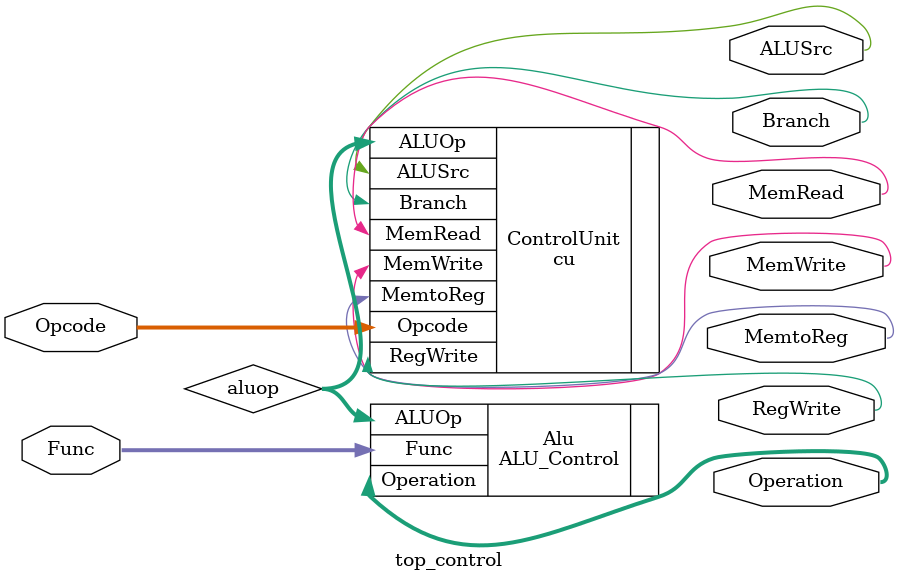
<source format=v>
module top_control
(
	input [6:0] Opcode,
	input [3:0] Func,
	
	output  Branch,
	output  MemRead,
	output  MemtoReg,
	output  MemWrite,
	output  ALUSrc,
	output RegWrite,
	
	output  [3:0] Operation 
);

	wire [1:0] aluop;
	
	cu ControlUnit
	(
		.Opcode(Opcode),
		.Branch(Branch),
		.MemRead(MemRead),
		.MemWrite(MemWrite),
		.MemtoReg(MemtoReg),
		.ALUSrc(ALUSrc),
		.RegWrite(RegWrite),
		.ALUOp(aluop)
	);
	
	ALU_Control Alu 
	(
		.ALUOp(aluop),
		.Func(Func),
		.Operation(Operation)
	);
	
endmodule
	
</source>
